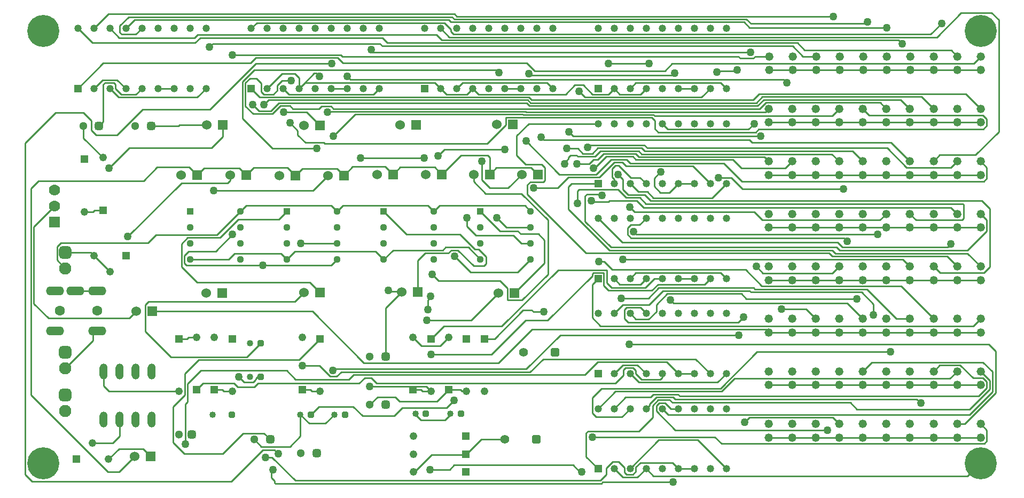
<source format=gbr>
%FSTAX23Y23*%
%MOIN*%
%SFA1B1*%

%IPPOS*%
%AMD23*
4,1,8,0.012800,0.025600,-0.012800,0.025600,-0.025600,0.012800,-0.025600,-0.012800,-0.012800,-0.025600,0.012800,-0.025600,0.025600,-0.012800,0.025600,0.012800,0.012800,0.025600,0.0*
1,1,0.025590,0.012800,0.012800*
1,1,0.025590,-0.012800,0.012800*
1,1,0.025590,-0.012800,-0.012800*
1,1,0.025590,0.012800,-0.012800*
%
%AMD25*
4,1,8,0.010000,0.020000,-0.010000,0.020000,-0.020000,0.010000,-0.020000,-0.010000,-0.010000,-0.020000,0.010000,-0.020000,0.020000,-0.010000,0.020000,0.010000,0.010000,0.020000,0.0*
1,1,0.020000,0.010000,0.010000*
1,1,0.020000,-0.010000,0.010000*
1,1,0.020000,-0.010000,-0.010000*
1,1,0.020000,0.010000,-0.010000*
%
%AMD27*
4,1,8,0.013800,0.027600,-0.013800,0.027600,-0.027600,0.013800,-0.027600,-0.013800,-0.013800,-0.027600,0.013800,-0.027600,0.027600,-0.013800,0.027600,0.013800,0.013800,0.027600,0.0*
1,1,0.027560,0.013800,0.013800*
1,1,0.027560,-0.013800,0.013800*
1,1,0.027560,-0.013800,-0.013800*
1,1,0.027560,0.013800,-0.013800*
%
%AMD34*
4,1,8,0.038400,-0.019200,0.038400,0.019200,0.019200,0.038400,-0.019200,0.038400,-0.038400,0.019200,-0.038400,-0.019200,-0.019200,-0.038400,0.019200,-0.038400,0.038400,-0.019200,0.0*
1,1,0.038386,0.019200,-0.019200*
1,1,0.038386,0.019200,0.019200*
1,1,0.038386,-0.019200,0.019200*
1,1,0.038386,-0.019200,-0.019200*
%
%ADD14C,0.010000*%
%ADD15C,0.052000*%
%ADD16C,0.200000*%
%ADD17C,0.048740*%
%ADD18R,0.048740X0.048740*%
%ADD19R,0.048740X0.048740*%
%ADD20R,0.060236X0.060236*%
%ADD21C,0.060236*%
%ADD22C,0.051181*%
G04~CAMADD=23~8~0.0~0.0~511.8~511.8~128.0~0.0~15~0.0~0.0~0.0~0.0~0~0.0~0.0~0.0~0.0~0~0.0~0.0~0.0~0.0~511.8~511.8*
%ADD23D23*%
%ADD24C,0.040000*%
G04~CAMADD=25~8~0.0~0.0~400.0~400.0~100.0~0.0~15~0.0~0.0~0.0~0.0~0~0.0~0.0~0.0~0.0~0~0.0~0.0~0.0~0.0~400.0~400.0*
%ADD25D25*%
%ADD26C,0.055118*%
G04~CAMADD=27~8~0.0~0.0~551.2~551.2~137.8~0.0~15~0.0~0.0~0.0~0.0~0~0.0~0.0~0.0~0.0~0~0.0~0.0~0.0~0.0~551.2~551.2*
%ADD27D27*%
%ADD28R,0.044488X0.044488*%
%ADD29C,0.044488*%
%ADD30C,0.046457*%
%ADD31R,0.046457X0.046457*%
%ADD32R,0.070000X0.070000*%
%ADD33C,0.070000*%
G04~CAMADD=34~8~0.0~0.0~767.7~767.7~191.9~0.0~15~0.0~0.0~0.0~0.0~0~0.0~0.0~0.0~0.0~0~0.0~0.0~0.0~270.0~768.0~768.0*
%ADD34D34*%
%ADD35C,0.076772*%
%ADD36R,0.048110X0.048110*%
%ADD37C,0.048110*%
%ADD38O,0.050000X0.100000*%
%ADD39O,0.112000X0.056000*%
%ADD40C,0.062992*%
%ADD41C,0.050000*%
%LNmb_spectrumanalyzer_copper_signal_bot-1*%
%LPD*%
G54D14*
X04474Y026D02*
X04481Y02607D01*
X04353Y02594D02*
X04359Y026D01*
X04474*
X04029Y02602D02*
X04074Y02647D01*
X05955*
X06001Y02693*
X04769Y02547D02*
X04789Y02527D01*
X02068Y02547D02*
X04769D01*
X02047Y02567D02*
X02068Y02547D01*
X03456Y02194D02*
X04625D01*
X04312Y02853D02*
X04313Y02852D01*
X04312Y02853D02*
Y02867D01*
X04522Y02907D02*
X04558Y0287D01*
X02694Y02907D02*
X04522D01*
X02679Y02921D02*
X02694Y02907D01*
X02715Y02957D02*
X0273Y02943D01*
X04548Y0294D02*
X0508D01*
X02716Y02925D02*
X04538D01*
X02701Y02939D02*
X02716Y02925D01*
X04538D02*
X04565Y02898D01*
X04545Y02943D02*
X04548Y0294D01*
X0273Y02943D02*
X04545D01*
X01691Y02277D02*
X01738Y02229D01*
Y02202D02*
Y02229D01*
X03962Y01932D02*
X04Y0197D01*
X04396Y02026D02*
X0451Y01912D01*
X04Y0197D02*
X04002D01*
X04202Y02008D02*
X04312Y01898D01*
X03791Y02049D02*
X03814Y02026D01*
X03764Y02031D02*
X03787Y02008D01*
X03814Y02026D02*
X04396D01*
X03787Y02008D02*
X04202D01*
X03962Y0188D02*
Y01932D01*
X01574Y00104D02*
X01582Y00112D01*
X01574Y00073D02*
Y00104D01*
X01574Y00073D02*
X01574Y00073D01*
X01574Y0006D02*
Y00073D01*
X03209Y01097D02*
X03273D01*
X03144Y01108D02*
X03198D01*
X03209Y01097*
X03296Y01044D02*
X03575Y01323D01*
X03593Y01341D02*
X03593Y01341D01*
X03583Y01341D02*
X03593D01*
X03575Y01323D02*
Y01334D01*
X0316Y01044D02*
X03296D01*
X03575Y01334D02*
X03583Y01341D01*
X03593Y01341D02*
X03648D01*
X01538Y00189D02*
X01578D01*
X01723Y00044*
X01324Y00037D02*
X01521Y00234D01*
X01613Y00213D02*
X01618D01*
X01521Y00234D02*
X01592D01*
X01613Y00213*
X05331Y01079D02*
Y01146D01*
X05257Y01221D02*
X05331Y01146D01*
X03482Y01776D02*
Y01852D01*
X03492Y01862*
X03736*
X03611Y02049D02*
X03646Y02085D01*
X03584Y02049D02*
X03611D01*
X03583Y01994D02*
X03591D01*
X03558Y02023D02*
X03584Y02049D01*
X0348Y02023D02*
X03558D01*
X03591Y01994D02*
X03664Y02067D01*
X03425Y02052D02*
Y02061D01*
X03404Y0202D02*
Y0203D01*
X03425Y02061D02*
X0344Y02076D01*
X03404Y0203D02*
X03425Y02052D01*
X0238Y01225D02*
X02385Y0122D01*
X02309Y01225D02*
X0238D01*
X02304Y0123D02*
X02309Y01225D01*
X01058Y01475D02*
X01226D01*
X01331Y0158*
X02551Y01112D02*
Y0117D01*
X02566Y01185*
Y01196*
X01961Y02194D02*
X02097Y0233D01*
X03142*
X01371Y0069D02*
X01403Y00658D01*
X01461*
X01738Y02202D02*
X01741Y02199D01*
X01785Y02155*
X01792Y02344D02*
X01876Y0226D01*
X0165Y02344D02*
X01792D01*
X01459Y02335D02*
X01581D01*
X0163Y02384D02*
X01689D01*
X01581Y02335D02*
X0163Y02384D01*
X0157Y02353D02*
X01619Y02402D01*
X01526Y02391D02*
X01555Y0242D01*
X01501Y02438D02*
X0318D01*
X03165Y02402D02*
X03183Y02384D01*
X03198Y0242D02*
X0458D01*
X01555D02*
X03172D01*
X0318Y02438D02*
X03198Y0242D01*
X04608Y02384D02*
X04646Y02422D01*
X03183Y02384D02*
X04608D01*
X0319Y02402D02*
X046D01*
X01447Y02492D02*
X01501Y02438D01*
X046Y02402D02*
X04638Y0244D01*
X01619Y02402D02*
X03165D01*
X0458Y0242D02*
X04618Y02458D01*
X01689Y02384D02*
X01706Y02366D01*
X03172Y0242D02*
X0319Y02402D01*
X01706Y02366D02*
X01869D01*
X02668Y00498D02*
X02714Y00544D01*
X0239Y00498D02*
X02668D01*
X01785Y02155D02*
X01901D01*
X01574Y0006D02*
X01592Y00042D01*
X01597Y00025D02*
X03632D01*
X01592Y0003D02*
X01597Y00025D01*
X01592Y0003D02*
Y00042D01*
X03632Y00025D02*
X03641Y00034D01*
X03626Y00044D02*
X03662Y0008D01*
X01723Y00044D02*
X03626D01*
X05915Y00072D02*
X05993Y0015D01*
X03641Y00034D02*
X0408D01*
X05993Y0015D02*
X06D01*
X03912Y00118D02*
X03958Y00072D01*
X05915*
X03456Y0014D02*
X03498Y00098D01*
X03662Y0008D02*
Y0012D01*
X03775Y00096D02*
Y00125D01*
X0379Y00082D02*
X0383D01*
X03712Y00118D02*
X03766Y00064D01*
X02562Y00113D02*
X02686D01*
X03766Y00064D02*
X03857D01*
X03848Y001D02*
Y00127D01*
X03498Y00098D02*
X03509D01*
X03775Y00096D02*
X0379Y00082D01*
X0383D02*
X03848Y001D01*
X03857Y00064D02*
X03912Y00118D01*
X02713Y0014D02*
X03456D01*
X02686Y00113D02*
X02713Y0014D01*
X01042Y01389D02*
X01947D01*
X01783Y02528D02*
X01841Y02587D01*
X0046Y00917D02*
Y00979D01*
X02188Y0063D02*
X0254D01*
X02587Y01725D02*
X02623Y01761D01*
X03155*
X03191Y01725*
X01983D02*
X02019Y01761D01*
X02551*
X02587Y01725*
X01379D02*
X01415Y01761D01*
X01947*
X01983Y01725*
X03192Y01999D02*
X03236Y01955D01*
X02978Y01999D02*
X03192D01*
X02935Y01955D02*
X02978Y01999D01*
X02592Y02D02*
X02636Y01956D01*
X02375Y02D02*
X02592D01*
X02332Y01956D02*
X02375Y02D01*
X02935Y01955D02*
Y02063D01*
X02923Y02076D02*
X02935Y02063D01*
X02755Y02076D02*
X02923D01*
X02636Y01956D02*
X02755Y02076D01*
X02027Y01949D02*
X02081Y02004D01*
X02284*
X02332Y01956*
X01983Y01993D02*
X02027Y01949D01*
X01765Y01993D02*
X01983D01*
X01722Y01949D02*
X01765Y01993D01*
X01416Y0195D02*
X01462Y01997D01*
X01674*
X01722Y01949*
X01372Y01994D02*
X01416Y0195D01*
X01153Y01994D02*
X01372D01*
X0111Y0195D02*
X01153Y01994D01*
X02629Y02492D02*
X02666Y02456D01*
X02793*
X02829Y02492*
X00399Y02182D02*
Y02259D01*
Y02182D02*
X00522Y0206D01*
X00287Y01468D02*
X00448D01*
X00467Y01449*
X03875Y02456D02*
X03912Y02492D01*
X03748Y02456D02*
X03875D01*
X03712Y02492D02*
X03748Y02456D01*
X03712Y01305D02*
X03748Y01269D01*
X03875*
X03912Y01305*
X0167Y01425D02*
X0172Y01475D01*
X02224*
X02274Y01425*
X02458Y00938D02*
X0251Y00886D01*
X02627*
X0268Y00938*
X00498Y02259D02*
X00524Y02284D01*
Y02517*
X00535Y02528*
X0059*
X00601Y02517*
Y02493D02*
Y02517D01*
Y02493D02*
X00637Y02456D01*
X00728*
X00765Y02492*
X01755Y01525D02*
X01983D01*
X01461Y00658D02*
X01473Y0067D01*
X01484Y00691*
X01506*
X01526Y00339D02*
X01565Y003D01*
X01398Y00339D02*
X01526D01*
X01269Y0021D02*
X01398Y00339D01*
X01031Y0021D02*
X01269D01*
X0096Y00281D02*
X01031Y0021D01*
X0096Y00281D02*
Y00506D01*
X01033Y00579*
Y00712*
X01119Y00798*
X01746*
X01878Y00929*
X0254Y0063D02*
X02569Y00601D01*
Y00928D02*
X02649Y01009D01*
X03011*
X03362Y01359*
X03666*
Y01278D02*
Y01359D01*
Y01278D02*
X03697Y01248D01*
X03907*
X03964Y01305*
X04012*
X02188Y00517D02*
X02236Y00565D01*
X02345*
X02373Y00537*
X02605*
X0268Y00611*
X0304Y01625D02*
X03191D01*
X02981Y01684D02*
X0304Y01625D01*
X02572Y00204D02*
X02788D01*
X02461Y00093D02*
X02572Y00204D01*
X02884Y003D02*
X03031D01*
X02788Y00204D02*
X02884Y003D01*
X03675Y02648D02*
X0393D01*
X01814Y01282D02*
X01878Y01218D01*
X01109Y01282D02*
X01814D01*
X01013Y01377D02*
X01109Y01282D01*
X01013Y01377D02*
Y01522D01*
X01051Y0156*
X01252*
X01367Y01675*
X0162*
X0167Y01725*
X01031Y01448D02*
X01058Y01475D01*
X01031Y014D02*
Y01448D01*
Y014D02*
X01042Y01389D01*
X01947D02*
X01983Y01425D01*
X03111Y01345D02*
X03191Y01425D01*
X02816Y01345D02*
X03111D01*
X02716Y01445D02*
X02816Y01345D01*
X00773Y00243D02*
X00821Y00195D01*
X00622Y00243D02*
X00773D01*
X00557Y00178D02*
X00622Y00243D01*
X01316Y01919D02*
Y0195D01*
X013Y01903D02*
X01316Y01919D01*
X01012Y01903D02*
X013D01*
X00676Y01567D02*
X01012Y01903D01*
X02578Y0133D02*
X02617Y01291D01*
X03*
X03047Y01244*
Y01172D02*
Y01244D01*
Y01172D02*
X03138D01*
X03299Y01332*
Y0167*
X03133Y01836D02*
X03299Y0167D01*
X0291Y01836D02*
X03133D01*
X02835Y0191D02*
X0291Y01836D01*
X02835Y0191D02*
Y01955D01*
X05999Y00398D02*
X06038Y00359D01*
Y0029D02*
Y00359D01*
X06022Y00274D02*
X06038Y0029D01*
X04382Y00274D02*
X06022D01*
X04341Y00315D02*
X04382Y00274D01*
X03575Y00315D02*
X04341D01*
X03712Y01087D02*
X03768Y01143D01*
X0393*
X04015Y01228*
X04558*
X04565Y01221*
X05257*
X03812Y01087D02*
X03848Y0105D01*
X03928*
X03975Y01097*
Y01141*
X04043Y0121*
X04505*
X04538Y01177*
X05225*
X03875Y01124D02*
X03912Y01087D01*
X03789Y01124D02*
X03875D01*
X03775Y0111D02*
X03789Y01124D01*
X03775Y01056D02*
Y0111D01*
Y01056D02*
X03799Y01032D01*
X04488*
X04521Y01065*
X05078Y00437D02*
X05117Y00398D01*
X04555Y00437D02*
X05078D01*
X04525Y00407D02*
X04555Y00437D01*
X00465Y02867D02*
X00555Y02957D01*
X02715*
X04558Y0287D02*
X05413D01*
X00719Y02921D02*
X02679D01*
X00665Y02867D02*
X00719Y02921D01*
X05282Y02898D02*
X05293Y02909D01*
X04565Y02898D02*
X05282D01*
X00683Y02939D02*
X02701D01*
X00628Y02884D02*
X00683Y02939D01*
X00628Y02842D02*
Y02884D01*
Y02842D02*
X0064Y02831D01*
X00728*
X00765Y02867*
X01329Y02703D02*
X02005D01*
X02015Y02693*
X04488*
X04501Y0268*
X04581*
X04594Y02693*
X04679*
X05999Y00726D02*
X06056Y00669D01*
Y00614D02*
Y00669D01*
X05929Y00488D02*
X06056Y00614D01*
X05227Y00488D02*
X05929D01*
X05185Y0053D02*
X05227Y00488D01*
X04075Y0053D02*
X05185D01*
X04057Y00547D02*
X04075Y0053D01*
X03986Y00547D02*
X04057D01*
X03952Y00513D02*
X03986Y00547D01*
X03952Y00439D02*
Y00513D01*
X03866Y00353D02*
X03952Y00439D01*
X0355Y00353D02*
X03866D01*
X03537Y0034D02*
X0355Y00353D01*
X03537Y00193D02*
Y0034D01*
Y00193D02*
X03612Y00118D01*
X05806Y00681D02*
X05852Y00726D01*
X04463Y00681D02*
X05806D01*
X04383Y00601D02*
X04463Y00681D01*
X0372Y00601D02*
X04383D01*
X03612Y00493D02*
X0372Y00601D01*
X03712Y00493D02*
X03784Y00565D01*
X03939*
X03957Y00583*
X0411*
X04124Y0057*
X05986*
X06038Y00622*
Y0066*
X06014Y00684D02*
X06038Y0066D01*
X05952Y00684D02*
X06014D01*
X0587Y00765D02*
X05952Y00684D01*
X05744Y00765D02*
X0587D01*
X05705Y00726D02*
X05744Y00765D01*
X04618Y02458D02*
X05906D01*
X05999Y02365*
X01447Y02867D02*
X01483Y02903D01*
X02652*
X02693Y02863*
Y02848D02*
Y02863D01*
Y02848D02*
X0271Y02831D01*
X05688*
X05755Y02898*
X0563Y0244D02*
X05705Y02365D01*
X04638Y0244D02*
X0563D01*
X05501Y02422D02*
X05558Y02365D01*
X04646Y02422D02*
X05501D01*
X01495Y02353D02*
X0157D01*
X01456Y02392D02*
X01495Y02353D01*
X01641Y0254D02*
X01696D01*
X01611Y0251D02*
X01641Y0254D01*
X01611Y0248D02*
Y0251D01*
X01587Y02456D02*
X01611Y0248D01*
X01525Y02456D02*
X01587D01*
X01511Y0247D02*
X01525Y02456D01*
X01511Y0247D02*
Y02525D01*
X0148Y02556D02*
X01511Y02525D01*
X0144Y02556D02*
X0148D01*
X01411Y02527D02*
X0144Y02556D01*
X01411Y02383D02*
Y02527D01*
Y02383D02*
X01459Y02335D01*
X01869Y02366D02*
X01885Y02382D01*
X01945*
X01961Y02366*
X03175*
X03177Y02364*
X04619*
X0466Y02404*
X05372*
X05411Y02365*
X05264D02*
X05303Y02326D01*
X06012*
X06038Y023*
Y0226D02*
Y023D01*
X06016Y02238D02*
X06038Y0226D01*
X04614Y02238D02*
X06016D01*
X04596Y02219D02*
X04614Y02238D01*
X03985Y02219D02*
X04596D01*
X03965Y0224D02*
X03985Y02219D01*
X03965Y0224D02*
Y02293D01*
X03948Y0231D02*
X03965Y02293D01*
X03127Y0231D02*
X03948D01*
X03125Y02312D02*
X03127Y0231D01*
X03038Y02312D02*
X03125D01*
X03038Y02264D02*
Y02312D01*
X02921Y02148D02*
X03038Y02264D01*
X01908Y02148D02*
X02921D01*
X01901Y02155D02*
X01908Y02148D01*
X05072Y0232D02*
X05117Y02365D01*
X03966Y0232D02*
X05072D01*
X03958Y02328D02*
X03966Y0232D01*
X03144Y02328D02*
X03958D01*
X03142Y0233D02*
X03144Y02328D01*
X04657Y02346D02*
X04677Y02365D01*
X03162Y02346D02*
X04657D01*
X0316Y02348D02*
X03162Y02346D01*
X01927Y02348D02*
X0316D01*
X01923Y02344D02*
X01927Y02348D01*
X05502Y01257D02*
X05705Y01054D01*
X04634Y01257D02*
X05502D01*
X04532Y0136D02*
X04634Y01257D01*
X03701Y0136D02*
X04532D01*
X0365Y01411D02*
X03701Y0136D01*
X03616Y01411D02*
X0365D01*
X03871Y0164D02*
X03912Y0168D01*
X03816Y0164D02*
X03871D01*
X03796Y0162D02*
X03816Y0164D01*
X03796Y0158D02*
Y0162D01*
Y0158D02*
X03817Y01559D01*
X05147*
X05168Y01538*
X05166Y01152D02*
X05264Y01054D01*
X04082Y01152D02*
X05166D01*
X04062Y01172D02*
X04082Y01152D01*
X04758Y01114D02*
X04911D01*
X0497Y01054*
X03162Y02165D02*
X03371Y01956D01*
X036*
X03693Y02049*
X03791*
X0451Y01912D02*
X0602D01*
X06038Y0193*
Y01998*
X05999Y02037D02*
X06038Y01998D01*
X05812Y01998D02*
X05852Y02037D01*
X05537Y01998D02*
X05812D01*
X05415Y0212D02*
X05537Y01998D01*
X0392Y0212D02*
X05415D01*
X03901Y02139D02*
X0392Y0212D01*
X0356Y02139D02*
X03901D01*
X03545Y02124D02*
X0356Y02139D01*
X03415Y02117D02*
X03485D01*
X03516Y02085*
X03575*
X0361Y02121*
X03883*
X03902Y02101*
X052*
X05264Y02037*
X05071Y02083D02*
X05117Y02037D01*
X03884Y02083D02*
X05071D01*
X03865Y02103D02*
X03884Y02083D01*
X03628Y02103D02*
X03865D01*
X03593Y02067D02*
X03628Y02103D01*
X03487Y02067D02*
X03593D01*
X03478Y02076D02*
X03487Y02067D01*
X0344Y02076D02*
X03478D01*
X0343Y0222D02*
X03456Y02194D01*
X0579Y01444D02*
X05852Y01381D01*
X05074Y01444D02*
X0579D01*
X05054Y01464D02*
X05074Y01444D01*
X03537Y01464D02*
X05054D01*
X03171Y0183D02*
X03537Y01464D01*
X03171Y0183D02*
Y0189D01*
X0319Y01909*
X0327*
X0328Y01919*
Y01999*
X0326Y02019D02*
X0328Y01999D01*
X0316Y02019D02*
X0326D01*
X03104Y02075D02*
X0316Y02019D01*
X03104Y02075D02*
Y02198D01*
X03179Y02273*
X03612*
X05812Y01749D02*
X05852Y01709D01*
X03897Y01749D02*
X05812D01*
X03853Y01793D02*
X03897Y01749D01*
X03682Y01793D02*
X03853D01*
X03675Y01786D02*
X03682Y01793D01*
X03576Y01786D02*
X03675D01*
X03569Y01793D02*
X03576Y01786D01*
X05371Y0167D02*
X05411Y01709D01*
X04638Y0167D02*
X05371D01*
X04587Y01721D02*
X04638Y0167D01*
X0384Y01721D02*
X04587D01*
X0381Y01751D02*
X0384Y01721D01*
X01038Y00273D02*
Y00523D01*
X01051Y00536*
Y00647*
X01134Y0073*
X01669*
X01723Y00676*
X02058*
X02086Y00704*
X0353*
X0361Y00784*
X04039*
X04112Y00712*
X04221Y00803D02*
X04312Y00712D01*
X03269Y00803D02*
X04221D01*
X03188Y00722D02*
X03269Y00803D01*
X02009Y00722D02*
X03188D01*
X01981Y00694D02*
X02009Y00722D01*
X0194Y00694D02*
X01981D01*
X01873Y00761D02*
X0194Y00694D01*
X01767Y00761D02*
X01873D01*
X04075Y00155D02*
X04112Y00118D01*
X03876Y00155D02*
X04075D01*
X03848Y00127D02*
X03876Y00155D01*
X03741Y0016D02*
X03775Y00125D01*
X03702Y0016D02*
X03741D01*
X03662Y0012D02*
X03702Y0016D01*
X0008Y00037D02*
X01324D01*
X00037Y0008D02*
X0008Y00037D01*
X00037Y0008D02*
Y02152D01*
X00227Y02342*
X004*
X00449Y02293*
Y02232D02*
Y02293D01*
Y02232D02*
X0048Y02201D01*
X00609*
X00769Y02361*
X01189*
X01475Y02647*
X01949*
X04275Y01269D02*
X04312Y01305D01*
X03987Y01269D02*
X04275D01*
X03948Y0123D02*
X03987Y01269D01*
X03678Y0123D02*
X03948D01*
X03648Y0126D02*
X03678Y0123D01*
X03648Y0126D02*
Y01341D01*
X02947Y00831D02*
X0316Y01044D01*
X02569Y00831D02*
X02947D01*
X01957Y00732D02*
X01965Y0074D01*
X03164*
X03375Y00951*
X0449*
X0158Y02117D02*
X01858D01*
X01393Y02304D02*
X0158Y02117D01*
X01393Y02304D02*
Y02534D01*
X01467Y02609*
X02977*
X02994Y02592*
X03712Y02031D02*
X03764D01*
X03619Y01938D02*
X03712Y02031D01*
X03427Y01938D02*
X03619D01*
X0336Y01871D02*
X03427Y01938D01*
X03209Y01871D02*
X0336D01*
X03493Y02476D02*
X03531Y02438D01*
X04257*
X04312Y02492*
X0111Y02438D02*
X01165Y02492D01*
X00619Y02438D02*
X0111D01*
X00565Y02492D02*
X00619Y02438D01*
X03812Y00118D02*
X0399Y00297D01*
X04233*
X04412Y00118*
X02729Y02492D02*
X02766Y02529D01*
X03293*
X03329Y02492*
X03812D02*
X03848Y02529D01*
X04375*
X04412Y02492*
X00829Y011D02*
X01829D01*
X0215Y00779*
X02991*
X03201Y00989*
X04656*
X04677Y00969*
X01853Y02587D02*
X01873Y02567D01*
X01841Y02587D02*
X01853D01*
X00365Y02492D02*
X00523Y02651D01*
X01444*
X01478Y02685*
X01987*
X02021Y02651*
X03167*
X03216Y02602*
X04029*
X05264Y00726D02*
X05321Y00783D01*
X06014*
X06074Y00724*
Y00599D02*
Y00724D01*
X0593Y00455D02*
X06074Y00599D01*
X04049Y00455D02*
X0593D01*
X04012Y00493D02*
X04049Y00455D01*
X03805Y00894D02*
X06051D01*
X06092Y00853*
Y00591D02*
Y00853D01*
X05899Y00398D02*
X06092Y00591D01*
X05852Y00398D02*
X05899D01*
X03759Y00441D02*
X03812Y00493D01*
X036Y00441D02*
X03759D01*
X03575Y00466D02*
X036Y00441D01*
X03575Y00466D02*
Y0056D01*
X03634Y00619*
X04375*
X04604Y00848*
X05436*
X05601Y00552D02*
X05627Y00527D01*
X04092Y00552D02*
X05601D01*
X04079Y00565D02*
X04092Y00552D01*
X03975Y00565D02*
X04079D01*
X03932Y00522D02*
X03975Y00565D01*
X03932Y00513D02*
Y00522D01*
X03912Y00493D02*
X03932Y00513D01*
X02274Y01425D02*
X02332Y01483D01*
X02642*
X0266Y01501*
X02802*
X02878Y01425*
X02274Y01725D02*
X02416Y01583D01*
X02749*
X02843Y01489*
X02865*
X02914Y0144*
Y01398D02*
Y0144D01*
X029Y01384D02*
X02914Y01398D01*
X02835Y01384D02*
X029D01*
X02736Y01483D02*
X02835Y01384D01*
X02696Y01483D02*
X02736D01*
X02678Y01465D02*
X02696Y01483D01*
X02532Y01465D02*
X02678D01*
X02485Y01418D02*
X02532Y01465D01*
X02485Y0122D02*
Y01418D01*
X01107Y00611D02*
X01147Y00652D01*
X0134*
X01364Y00628*
X01467*
X01491Y00652*
X0212*
X02155Y00686*
X02196*
X02231Y00652*
X0372*
X03771Y00703*
Y00736*
X03783Y00748*
X0383*
X03848Y0073*
Y00712D02*
Y0073D01*
Y00712D02*
X03884Y00675D01*
X04*
X04012Y00687*
Y00712*
X01271Y02192D02*
Y02264D01*
X012Y02121D02*
X01271Y02192D01*
X00686Y02121D02*
X012D01*
X0056Y01995D02*
X00686Y02121D01*
X0046Y00979D02*
X00488D01*
X00287Y00745D02*
X0046Y00917D01*
X00624Y00098D02*
X00721Y00195D01*
X00552Y00098D02*
X00624D01*
X00072Y00578D02*
X00552Y00098D01*
X00072Y00578D02*
Y01867D01*
X0012Y01915*
X00776*
X00861Y02*
X0106*
X0111Y0195*
X02902Y00928D02*
X02965D01*
X03144Y01108*
X05474Y01054D02*
X05558D01*
X0529Y01239D02*
X05474Y01054D01*
X04591Y01239D02*
X0529D01*
X04583Y01247D02*
X04591Y01239D01*
X03991Y01247D02*
X04583D01*
X03925Y01181D02*
X03991Y01247D01*
X03755Y01181D02*
X03925D01*
X05264Y01624D02*
X05411D01*
X03179Y02585D02*
X03189Y02575D01*
X04079*
X04091Y02587*
X04362Y01936D02*
X04443D01*
X04513Y01866*
X05144*
X046Y0138D02*
X04641Y01339D01*
X05074*
X05117Y01381*
X04012Y02273D02*
X04048Y02237D01*
X0455*
X04585Y02272*
X03256Y02189D02*
X03272Y02173D01*
X04556*
X04573Y02156*
X05439*
X05558Y02037*
X03612Y0168D02*
X03762Y0153D01*
X05106*
X05136Y015*
X05792*
X05813Y01521*
X02211Y02719D02*
X04564D01*
X02195Y02735D02*
X02211Y02719D01*
X01188Y02752D02*
X01209Y02773D01*
X0225*
X02266Y02757*
X04827*
X04891Y02693*
X04972*
X03132Y01525D02*
X03191D01*
X03082Y01575D02*
X03132Y01525D01*
X0285Y01575D02*
X03082D01*
X02792Y01633D02*
X0285Y01575D01*
X02792Y01633D02*
Y01684D01*
X02287Y00818D02*
Y01122D01*
X02385Y0122*
X02593Y02528D02*
X02629Y02492D01*
X01783Y02528D02*
X02593D01*
X01747Y02492D02*
X01783Y02528D01*
X01832Y01855D02*
X01927Y01949D01*
X01213Y01855D02*
X01832D01*
X00235Y0142D02*
X00287Y01368D01*
X00235Y0142D02*
Y01504D01*
X0026Y01529*
X00804*
X00853Y01578*
X01232*
X01379Y01725*
X01421Y00816D02*
X01506Y00901D01*
X00945Y00816D02*
X01421D01*
X00785Y00976D02*
X00945Y00816D01*
X00785Y00976D02*
Y0114D01*
X00805Y0116*
X0172*
X01778Y01218*
X03575Y01268D02*
X03612Y01305D01*
X03575Y0106D02*
Y01268D01*
Y0106D02*
X03626Y01009D01*
X05953*
X05999Y01054*
Y01709D02*
X06038Y0167D01*
Y016D02*
Y0167D01*
X05918Y0148D02*
X06038Y016D01*
X0512Y0148D02*
X05918D01*
X051Y015D02*
X0512Y0148D01*
X03693Y015D02*
X051D01*
X03531Y01662D02*
X03693Y015D01*
X03531Y01662D02*
Y0182D01*
X03542Y01831*
X0363*
X03637Y01824*
X03812Y00712D02*
X03866Y00657D01*
X04357*
X04412Y00712*
X04065Y00493D02*
X04112D01*
X04029Y00529D02*
X04065Y00493D01*
X03993Y00529D02*
X04029D01*
X03975Y00511D02*
X03993Y00529D01*
X03975Y00478D02*
Y00511D01*
Y00478D02*
X04094Y00359D01*
X05044*
X03091Y01216D02*
X03278Y01403D01*
Y01545*
X0324Y01584D02*
X03278Y01545D01*
X03129Y01584D02*
X0324D01*
X0311Y01603D02*
X03129Y01584D01*
X03Y01603D02*
X0311D01*
X02878Y01725D02*
X03Y01603D01*
X02653Y02112D02*
X03031D01*
X02613Y02072D02*
X02653Y02112D01*
X02763Y00601D02*
X02791D01*
X02753Y00611D02*
X02763Y00601D01*
X0268Y00611D02*
X02753D01*
X02339Y00447D02*
X0239Y00498D01*
X02142Y00447D02*
X02339D01*
X02084Y00505D02*
X02142Y00447D01*
X01869Y00505D02*
X02084D01*
X0182Y00456D02*
X01869Y00505D01*
X02131Y02057D02*
X02527D01*
X04056Y01843D02*
X04112Y01898D01*
X03999Y01843D02*
X04056D01*
X03962Y0188D02*
X03999Y01843D01*
X03849Y01582D02*
X05358D01*
X03834Y01597D02*
X03849Y01582D01*
X03446Y01898D02*
X03612D01*
X03427Y01879D02*
X03446Y01898D01*
X03427Y01739D02*
Y01879D01*
Y01739D02*
X03684Y01482D01*
X05072*
X05092Y01462*
X05918*
X05999Y01381*
X05514Y01426D02*
X05558Y01381D01*
X03767Y01426D02*
X05514D01*
X02885Y0192D02*
Y02038D01*
Y0192D02*
X02935Y0187D01*
X0305*
X03136Y01955*
X04649Y02065D02*
X04677Y02037D01*
X03866Y02065D02*
X04649D01*
X03847Y02085D02*
X03866Y02065D01*
X03646Y02085D02*
X03847D01*
X0478Y01994D02*
X04823Y02037D01*
X04507Y01994D02*
X0478D01*
X04453Y02047D02*
X04507Y01994D01*
X03848Y02047D02*
X04453D01*
X03829Y02067D02*
X03848Y02047D01*
X03664Y02067D02*
X03829D01*
X05705Y02037D02*
X05744Y02077D01*
X05967*
X06113Y02223*
Y0292*
X06068Y02965D02*
X06113Y0292D01*
X05878Y02965D02*
X06068D01*
X05726Y02813D02*
X05878Y02965D01*
X02684Y02813D02*
X05726D01*
X02629Y02867D02*
X02684Y02813D01*
X02543Y01044D02*
X02819D01*
X02991Y01216*
X01747Y02492D02*
Y02559D01*
X0172Y02586D02*
X01747Y02559D01*
X01641Y02586D02*
X0172D01*
X01547Y02492D02*
X01641Y02586D01*
X01066Y01425D02*
X01308D01*
X01344Y01461*
X01634*
X0167Y01425*
X03675Y02456D02*
X03712Y02492D01*
X03577Y02456D02*
X03675D01*
X0352Y02514D02*
X03577Y02456D01*
X03468Y02514D02*
X0352D01*
X0341Y02456D02*
X03468Y02514D01*
X02866Y02456D02*
X0341D01*
X02829Y02492D02*
X02866Y02456D01*
X01647Y02492D02*
X01683Y02456D01*
X0221*
X02247Y02492*
X05815Y02732D02*
X05854Y02693D01*
X049Y02732D02*
X05815D01*
X04855Y02777D02*
X049Y02732D01*
X02297Y02777D02*
X04855D01*
X02265Y02809D02*
X02297Y02777D01*
X0113Y02809D02*
X02265D01*
X01097Y02777D02*
X0113Y02809D01*
X00455Y02777D02*
X01097D01*
X00365Y02867D02*
X00455Y02777D01*
X05488Y02795D02*
X05511Y02772D01*
X02635Y02795D02*
X05488D01*
X02602Y02827D02*
X02635Y02795D01*
X01112Y02827D02*
X02602D01*
X01093Y02809D02*
X01112Y02827D01*
X00623Y02809D02*
X01093D01*
X00565Y02867D02*
X00623Y02809D01*
X05558Y01709D02*
X05598Y0167D01*
X05882*
X05892Y0168*
Y01767*
X05886Y01773D02*
X05892Y01767D01*
X03911Y01773D02*
X05886D01*
X03873Y01811D02*
X03911Y01773D01*
X03787Y01811D02*
X03873D01*
X03736Y01862D02*
X03787Y01811D01*
X05705Y01381D02*
X05745Y01342D01*
X0602*
X06056Y01378*
Y01742*
X06007Y01791D02*
X06056Y01742D01*
X0394Y01791D02*
X06007D01*
X03902Y01829D02*
X0394Y01791D01*
X038Y01829D02*
X03902D01*
X03766Y01863D02*
X038Y01829D01*
X03766Y01863D02*
Y01926D01*
X03737Y01955D02*
X03766Y01926D01*
X04322Y01809D02*
X04412Y01898D01*
X03958Y01809D02*
X04322D01*
X0392Y01847D02*
X03958Y01809D01*
X03863Y01847D02*
X0392D01*
X03812Y01898D02*
X03863Y01847D01*
X03712Y01898D02*
Y01925D01*
X03699Y01938D02*
X03712Y01925D01*
X03699Y01938D02*
Y01992D01*
X0372Y02013*
X0374*
X03817Y01936*
X03874*
X03912Y01898*
X04823Y0228D02*
X0497D01*
X00686Y01057D02*
X00729Y011D01*
X00182Y01057D02*
X00686D01*
X0009Y01149D02*
X00182Y01057D01*
X0009Y01149D02*
Y01628D01*
X00219Y01757*
X03857Y00766D02*
X03912Y00712D01*
X03766Y00766D02*
X03857D01*
X03712Y00712D02*
X03766Y00766D01*
X01754Y0032D02*
Y00456D01*
X0169Y00256D02*
X01754Y0032D01*
X0151Y00256D02*
X0169D01*
X01466Y003D02*
X0151Y00256D01*
X03812Y01305D02*
X03848Y01342D01*
X04375*
X04412Y01305*
X0061Y02546D02*
X00665Y02492D01*
X00519Y02546D02*
X0061D01*
X00465Y02492D02*
X00519Y02546D01*
X00626Y0032D02*
Y00424D01*
X00584Y00278D02*
X00626Y0032D01*
X00457Y00278D02*
X00584D01*
X00526Y00635D02*
Y00724D01*
Y00635D02*
X0056Y00601D01*
X00996*
X02472Y00456D02*
X02508Y0042D01*
X02655*
X02691Y00456*
X01754D02*
X0181Y004D01*
X01911*
X01967Y00456*
X00467Y01449D02*
X00567Y01349D01*
X0035Y01228D02*
X00488D01*
X01056Y00938D02*
X01107D01*
X01046Y00928D02*
X01056Y00938D01*
X00996Y00928D02*
X01046D01*
X00469Y01733D02*
X00522D01*
X00459Y01723D02*
X00469Y01733D01*
X00406Y01723D02*
X00459D01*
X00999Y02264D02*
X01171D01*
X00994Y02259D02*
X00999Y02264D01*
X00823Y02259D02*
X00994D01*
X01278Y00601D02*
X01329D01*
X01268Y00611D02*
X01278Y00601D01*
X01218Y00611D02*
X01268D01*
X01826Y00602D02*
X01878D01*
X01817Y00611D02*
X01826Y00602D01*
X01766Y00611D02*
X01817D01*
X02518Y00601D02*
X02569D01*
X02508Y00611D02*
X02518Y00601D01*
X02458Y00611D02*
X02508D01*
X04112Y00712D02*
X04212D01*
X00865Y02492D02*
X00965D01*
X04112Y00118D02*
X04212D01*
X01947Y02492D02*
X02047D01*
X04112Y01305D02*
X04212D01*
X03029Y02492D02*
X03129D01*
X04112Y01898D02*
X04212D01*
X04112Y02492D02*
X04212D01*
X04972Y02608D02*
X05119D01*
X04825D02*
X04972D01*
X04679D02*
X04825D01*
X05854D02*
X06001D01*
X05707D02*
X05854D01*
X0556D02*
X05707D01*
X05413D02*
X0556D01*
X05119D02*
X05266D01*
X05413*
X05852Y01952D02*
X05999D01*
X05705D02*
X05852D01*
X05558D02*
X05705D01*
X05411D02*
X05558D01*
X05264D02*
X05411D01*
X05117D02*
X05264D01*
X0497D02*
X05117D01*
X04823D02*
X0497D01*
X04677D02*
X04823D01*
X05852Y0228D02*
X05999D01*
X05705D02*
X05852D01*
X05558D02*
X05705D01*
X05411D02*
X05558D01*
X05264D02*
X05411D01*
X04677D02*
X04823D01*
X05117D02*
X05264D01*
X0497D02*
X05117D01*
X04677Y00641D02*
X04823D01*
X05852D02*
X05999D01*
X05705D02*
X05852D01*
X05558D02*
X05705D01*
X05411D02*
X05558D01*
X05264D02*
X05411D01*
X05117D02*
X05264D01*
X04823D02*
X0497D01*
X05117*
X05852Y00313D02*
X05999D01*
X05705D02*
X05852D01*
X05558D02*
X05705D01*
X05411D02*
X05558D01*
X05264D02*
X05411D01*
X05117D02*
X05264D01*
X0497D02*
X05117D01*
X04823D02*
X0497D01*
X04677D02*
X04823D01*
X05852Y00969D02*
X05999D01*
X05705D02*
X05852D01*
X05558D02*
X05705D01*
X05264D02*
X05411D01*
X05558*
X05117D02*
X05264D01*
X0497D02*
X05117D01*
X04823D02*
X0497D01*
X04677D02*
X04823D01*
X04677Y01624D02*
X04823D01*
X05852D02*
X05999D01*
X05705D02*
X05852D01*
X05558D02*
X05705D01*
X05411D02*
X05558D01*
X05117D02*
X05264D01*
X04823D02*
X0497D01*
X05117*
X05852Y01296D02*
X05999D01*
X05705D02*
X05852D01*
X05558D02*
X05705D01*
X05264D02*
X05411D01*
X05558*
X04677D02*
X04823D01*
X05117D02*
X05264D01*
X04823D02*
X0497D01*
X05117*
G54D15*
X05852Y01952D03*
Y02037D03*
X05999Y01952D03*
Y02037D03*
X05558Y0228D03*
Y02365D03*
X05411Y0228D03*
Y02365D03*
X05705Y0228D03*
Y02365D03*
X05264Y01952D03*
Y02037D03*
X05999Y0228D03*
Y02365D03*
X05852Y0228D03*
Y02365D03*
X05558Y01952D03*
Y02037D03*
X05411Y01952D03*
Y02037D03*
X05705Y01952D03*
Y02037D03*
X05264Y0228D03*
Y02365D03*
X05558Y01296D03*
Y01381D03*
X05705Y01296D03*
Y01381D03*
X05852Y01296D03*
Y01381D03*
X05999Y01296D03*
Y01381D03*
X05411Y01296D03*
Y01381D03*
X05852Y01624D03*
Y01709D03*
X05999Y01624D03*
Y01709D03*
X05264Y01624D03*
Y01709D03*
X05411Y01624D03*
Y01709D03*
X05705Y01624D03*
Y01709D03*
X05558Y01624D03*
Y01709D03*
X05411Y00313D03*
Y00398D03*
X04679Y02693D03*
Y02608D03*
X05413Y02693D03*
Y02608D03*
X05264Y01296D03*
Y01381D03*
X05266Y02693D03*
Y02608D03*
X04972Y02693D03*
Y02608D03*
X05119Y02693D03*
Y02608D03*
X05264Y00641D03*
Y00726D03*
X04823Y0228D03*
Y02365D03*
X0497Y0228D03*
Y02365D03*
X05117Y0228D03*
Y02365D03*
X04825Y02693D03*
Y02608D03*
X05854Y02693D03*
Y02608D03*
X05707Y02693D03*
Y02608D03*
X0556Y02693D03*
Y02608D03*
X06001Y02693D03*
Y02608D03*
X05264Y00313D03*
Y00398D03*
X05852Y00313D03*
Y00398D03*
X05705Y00313D03*
Y00398D03*
X05558Y00313D03*
Y00398D03*
X05264Y00969D03*
Y01054D03*
X05558Y00969D03*
Y01054D03*
X05705Y00969D03*
Y01054D03*
X05411Y00969D03*
Y01054D03*
X05999Y00398D03*
Y00313D03*
X05852Y00641D03*
Y00726D03*
X05999Y00641D03*
Y00726D03*
X05411Y00641D03*
Y00726D03*
X05705Y00641D03*
Y00726D03*
X05558Y00641D03*
Y00726D03*
X05852Y00969D03*
Y01054D03*
X04677Y0228D03*
Y02365D03*
X05999Y00969D03*
Y01054D03*
X04677Y00313D03*
Y00398D03*
X04823Y00641D03*
Y00726D03*
X04677Y00641D03*
Y00726D03*
X04823Y00313D03*
Y00398D03*
X04677Y00969D03*
Y01054D03*
X05117Y00969D03*
Y01054D03*
X04677Y01296D03*
Y01381D03*
X0497Y01296D03*
Y01381D03*
X05117Y01296D03*
Y01381D03*
X0497Y00969D03*
Y01054D03*
X04823Y01296D03*
Y01381D03*
Y00969D03*
Y01054D03*
X04677Y01624D03*
Y01709D03*
X04823Y01952D03*
Y02037D03*
Y01624D03*
Y01709D03*
X04677Y01952D03*
Y02037D03*
X0497Y00313D03*
Y00398D03*
Y00641D03*
Y00726D03*
X05117Y00641D03*
Y00726D03*
Y00313D03*
Y00398D03*
Y01624D03*
Y01709D03*
X0497Y01952D03*
Y02037D03*
Y01624D03*
Y01709D03*
X05117Y01952D03*
Y02037D03*
G54D16*
X0015Y0015D03*
Y0285D03*
X06Y0015D03*
Y0285D03*
G54D17*
X01107Y00938D03*
X02461Y00097D03*
Y00209D03*
Y0032D03*
X01878Y00602D03*
X01766Y00938D03*
X01329Y00601D03*
X01218Y00938D03*
X00996Y00601D03*
X00522Y0206D03*
X00406Y01723D03*
X02458Y00938D03*
X02569Y00601D03*
X02902D03*
X0268Y00938D03*
X02791Y00601D03*
G54D18*
X01107Y00611D03*
X01878Y00929D03*
X01766Y00611D03*
X01329Y00928D03*
X01218Y00611D03*
X00996Y00928D03*
X00522Y01733D03*
X00406Y0205D03*
X02458Y00611D03*
X02569Y00928D03*
X02902Y00928D03*
X0268Y00611D03*
X02791Y00928D03*
G54D19*
X02788Y00097D03*
Y00209D03*
X02788Y0032D03*
G54D20*
X03081Y02269D03*
X03236Y01955D03*
X02935D03*
X01876Y0226D03*
X01722Y01949D03*
X02332Y01956D03*
X02027Y01949D03*
X01416Y0195D03*
X0111D03*
X01271Y02264D03*
X02477Y02265D03*
X02636Y01956D03*
X03091Y01216D03*
X02485Y0122D03*
X01878Y01218D03*
X01268Y01216D03*
X00821Y00195D03*
X00829Y011D03*
G54D21*
X02981Y02269D03*
X03136Y01955D03*
X02835D03*
X01776Y0226D03*
X01622Y01949D03*
X02232Y01956D03*
X01927Y01949D03*
X01316Y0195D03*
X0101D03*
X01171Y02264D03*
X02377Y02265D03*
X02536Y01956D03*
X02991Y01216D03*
X02385Y0122D03*
X01778Y01218D03*
X01168Y01216D03*
X00721Y00195D03*
X00729Y011D03*
G54D22*
X00724Y02259D03*
X02188Y00517D03*
X02188Y00818D03*
X01466Y003D03*
X01757Y00214D03*
X00399Y02259D03*
X00998Y00332D03*
G54D23*
X00823Y02259D03*
X02287Y00517D03*
Y00818D03*
X01565Y003D03*
X01856Y00214D03*
X00498Y02259D03*
X01077Y00332D03*
G54D24*
X02691Y0046D03*
X02472D03*
X01754Y00456D03*
X01967D03*
X0144Y00691D03*
Y00901D03*
X01205Y00454D03*
G54D25*
X02757Y0046D03*
X02538D03*
X0182Y00456D03*
X02033D03*
X01506Y00691D03*
Y00901D03*
X01325Y00454D03*
G54D26*
X03145Y00845D03*
X03031Y003D03*
G54D27*
X03342Y00845D03*
X03228Y003D03*
G54D28*
X02878Y01725D03*
X02274D03*
X0167D03*
X01066D03*
G54D29*
X02878Y01625D03*
Y01525D03*
Y01425D03*
X03191D03*
Y01525D03*
Y01625D03*
Y01725D03*
X02587D03*
Y01625D03*
Y01525D03*
Y01425D03*
X02274D03*
Y01525D03*
Y01625D03*
X01983Y01725D03*
Y01625D03*
Y01525D03*
Y01425D03*
X0167D03*
Y01525D03*
Y01625D03*
X01379Y01725D03*
Y01625D03*
Y01525D03*
Y01425D03*
X01066D03*
Y01525D03*
Y01625D03*
G54D30*
X03612Y02273D03*
X03712D03*
X03812D03*
X03912D03*
X04012D03*
X04112D03*
X04212D03*
X04312D03*
X04412D03*
Y01898D03*
X04312D03*
X04212D03*
X04112D03*
X04012D03*
X03912D03*
X03812D03*
X03712D03*
X03612Y0168D03*
X03712D03*
X03812D03*
X03912D03*
X04012D03*
X04112D03*
X04212D03*
X04312D03*
X04412D03*
Y01305D03*
X04312D03*
X04212D03*
X04112D03*
X04012D03*
X03912D03*
X03812D03*
X03712D03*
X03612Y02867D03*
X03712D03*
X03812D03*
X03912D03*
X04012D03*
X04112D03*
X04212D03*
X04312D03*
X04412D03*
Y02492D03*
X04312D03*
X04212D03*
X04112D03*
X04012D03*
X03912D03*
X03812D03*
X03712D03*
X02529Y02867D03*
X02629D03*
X02729D03*
X02829D03*
X02929D03*
X03029D03*
X03129D03*
X03229D03*
X03329D03*
Y02492D03*
X03229D03*
X03129D03*
X03029D03*
X02929D03*
X02829D03*
X02729D03*
X02629D03*
X00365Y02867D03*
X00465D03*
X00565D03*
X00665D03*
X00765D03*
X00865D03*
X00965D03*
X01065D03*
X01165D03*
Y02492D03*
X01065D03*
X00965D03*
X00865D03*
X00765D03*
X00665D03*
X00565D03*
X00465D03*
X03712Y00712D03*
X03812D03*
X03912D03*
X04012D03*
X04112D03*
X04212D03*
X04312D03*
X04412D03*
Y01087D03*
X04312D03*
X04212D03*
X04112D03*
X04012D03*
X03912D03*
X03812D03*
X03712D03*
X03612D03*
X01447Y02867D03*
X01547D03*
X01647D03*
X01747D03*
X01847D03*
X01947D03*
X02047D03*
X02147D03*
X02247D03*
Y02492D03*
X02147D03*
X02047D03*
X01947D03*
X01847D03*
X01747D03*
X01647D03*
X01547D03*
X03612Y00493D03*
X03712D03*
X03812D03*
X03912D03*
X04012D03*
X04112D03*
X04212D03*
X04312D03*
X04412D03*
Y00118D03*
X04312D03*
X04212D03*
X04112D03*
X04012D03*
X03912D03*
X03812D03*
X03712D03*
G54D31*
X03612Y01898D03*
Y01305D03*
Y02492D03*
X02529D03*
X00365D03*
X03612Y00712D03*
X01447Y02492D03*
X03612Y00118D03*
G54D32*
X00219Y01657D03*
G54D33*
X00219Y01857D03*
Y01757D03*
G54D34*
X00287Y01468D03*
X00287Y00577D03*
Y00845D03*
G54D35*
X00287Y01368D03*
X00287Y00477D03*
Y00745D03*
G54D36*
X00357Y00178D03*
X00667Y01449D03*
G54D37*
X00457Y00278D03*
X00557Y00178D03*
X00467Y01449D03*
X00567Y01349D03*
G54D38*
X00526Y00424D03*
X00626D03*
X00526Y00724D03*
X00626D03*
X00826Y00424D03*
X00726D03*
Y00724D03*
X00826D03*
G54D39*
X00224Y01228D03*
Y00979D03*
X00488Y01228D03*
Y00979D03*
X0035Y01228D03*
G54D40*
X00252Y01104D03*
X00488D03*
G54D41*
X04481Y02607D03*
X04625Y02194D03*
X04353Y02594D03*
X01691Y02277D03*
X04002Y0197D03*
X01582Y00112D03*
X03273Y01097D03*
X01538Y00189D03*
X05331Y01079D03*
X03482Y01776D03*
X0348Y02023D03*
X03583Y01994D03*
X03404Y0202D03*
X02304Y0123D03*
X01331Y0158D03*
X02566Y01196D03*
X01961Y02194D03*
X01371Y0069D03*
X0165Y02344D03*
X02714Y00544D03*
X0408Y00034D03*
X03509Y00098D03*
X02562Y00113D03*
X0152Y01387D03*
X01755Y01525D03*
X02188Y0063D03*
X02981Y01684D03*
X0393Y02648D03*
X03675D03*
X02716Y01445D03*
X00676Y01567D03*
X02578Y0133D03*
X03575Y00315D03*
X05225Y01177D03*
X04521Y01065D03*
X04525Y00407D03*
X0508Y0294D03*
X05413Y0287D03*
X05293Y02909D03*
X01329Y02703D03*
X05755Y02898D03*
X01526Y02391D03*
X01456Y02392D03*
X01696Y0254D03*
X01923Y02344D03*
X03616Y01411D03*
X05168Y01538D03*
X04062Y01172D03*
X04758Y01114D03*
X03162Y02165D03*
X03545Y02124D03*
X03415Y02117D03*
X0343Y0222D03*
X03569Y01793D03*
X0381Y01751D03*
X01038Y00273D03*
X01767Y00761D03*
X01618Y00213D03*
X01949Y02647D03*
X02569Y00831D03*
X01957Y00732D03*
X0449Y00951D03*
X01858Y02117D03*
X02994Y02592D03*
X03209Y01871D03*
X03493Y02476D03*
X01873Y02567D03*
X03805Y00894D03*
X05436Y00848D03*
X05627Y00527D03*
X0056Y01995D03*
X03755Y01181D03*
X03179Y02585D03*
X04091Y02587D03*
X04362Y01936D03*
X05144Y01866D03*
X046Y0138D03*
X04585Y02272D03*
X03256Y02189D03*
X05813Y01521D03*
X04564Y02719D03*
X02195Y02735D03*
X01188Y02752D03*
X02792Y01684D03*
X02551Y01112D03*
X01213Y01855D03*
X03637Y01824D03*
X05044Y00359D03*
X03031Y02112D03*
X02613Y02072D03*
X02527Y02057D03*
X02131D03*
X05358Y01582D03*
X03834Y01597D03*
X03767Y01426D03*
X02885Y02038D03*
X02543Y01044D03*
X02047Y02567D03*
X04789Y02527D03*
X05511Y02772D03*
X03737Y01955D03*
M02*
</source>
